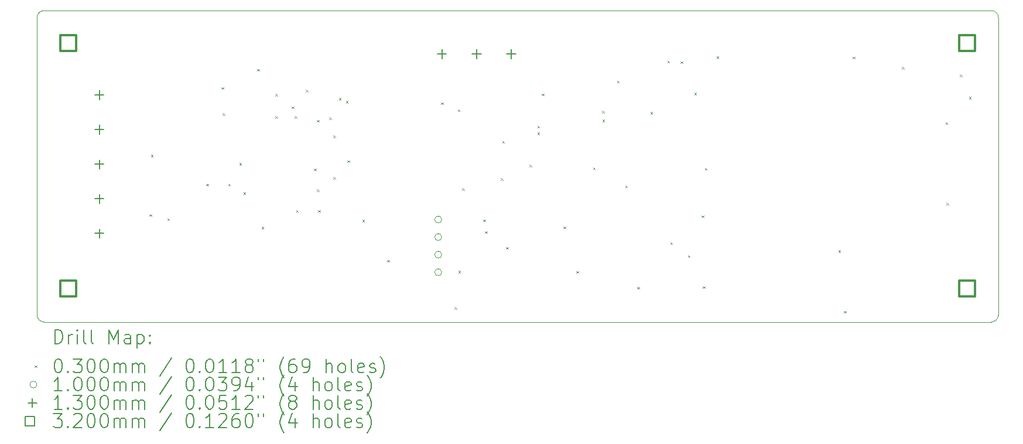
<source format=gbr>
%TF.GenerationSoftware,KiCad,Pcbnew,8.0.4*%
%TF.CreationDate,2024-07-26T11:43:21-07:00*%
%TF.ProjectId,Soil Power Sensor,536f696c-2050-46f7-9765-722053656e73,2.2.0*%
%TF.SameCoordinates,Original*%
%TF.FileFunction,Drillmap*%
%TF.FilePolarity,Positive*%
%FSLAX45Y45*%
G04 Gerber Fmt 4.5, Leading zero omitted, Abs format (unit mm)*
G04 Created by KiCad (PCBNEW 8.0.4) date 2024-07-26 11:43:21*
%MOMM*%
%LPD*%
G01*
G04 APERTURE LIST*
%ADD10C,0.050000*%
%ADD11C,0.200000*%
%ADD12C,0.100000*%
%ADD13C,0.130000*%
%ADD14C,0.320000*%
G04 APERTURE END LIST*
D10*
X11300000Y-9180163D02*
X25000000Y-9180163D01*
X25000000Y-4680163D02*
G75*
G02*
X25099997Y-4780163I0J-99997D01*
G01*
X11200000Y-4780163D02*
X11200000Y-9080163D01*
X25100000Y-9080163D02*
X25100000Y-4780163D01*
X25100000Y-9080163D02*
G75*
G02*
X25000000Y-9180160I-100000J3D01*
G01*
X11300000Y-4680163D02*
X25000000Y-4680163D01*
X11300000Y-9180163D02*
G75*
G02*
X11199997Y-9080163I0J100003D01*
G01*
X11200000Y-4780163D02*
G75*
G02*
X11300000Y-4680160I100000J3D01*
G01*
D11*
D12*
X12825000Y-7625000D02*
X12855000Y-7655000D01*
X12855000Y-7625000D02*
X12825000Y-7655000D01*
X12845000Y-6765000D02*
X12875000Y-6795000D01*
X12875000Y-6765000D02*
X12845000Y-6795000D01*
X13085000Y-7685000D02*
X13115000Y-7715000D01*
X13115000Y-7685000D02*
X13085000Y-7715000D01*
X13645000Y-7185000D02*
X13675000Y-7215000D01*
X13675000Y-7185000D02*
X13645000Y-7215000D01*
X13865000Y-5785000D02*
X13895000Y-5815000D01*
X13895000Y-5785000D02*
X13865000Y-5815000D01*
X13885000Y-6165000D02*
X13915000Y-6195000D01*
X13915000Y-6165000D02*
X13885000Y-6195000D01*
X13965000Y-7185000D02*
X13995000Y-7215000D01*
X13995000Y-7185000D02*
X13965000Y-7215000D01*
X14125000Y-6885000D02*
X14155000Y-6915000D01*
X14155000Y-6885000D02*
X14125000Y-6915000D01*
X14185000Y-7305000D02*
X14215000Y-7335000D01*
X14215000Y-7305000D02*
X14185000Y-7335000D01*
X14385000Y-5525000D02*
X14415000Y-5555000D01*
X14415000Y-5525000D02*
X14385000Y-5555000D01*
X14445000Y-7805000D02*
X14475000Y-7835000D01*
X14475000Y-7805000D02*
X14445000Y-7835000D01*
X14645000Y-5885000D02*
X14675000Y-5915000D01*
X14675000Y-5885000D02*
X14645000Y-5915000D01*
X14645000Y-6205000D02*
X14675000Y-6235000D01*
X14675000Y-6205000D02*
X14645000Y-6235000D01*
X14885000Y-6065000D02*
X14915000Y-6095000D01*
X14915000Y-6065000D02*
X14885000Y-6095000D01*
X14925000Y-6205000D02*
X14955000Y-6235000D01*
X14955000Y-6205000D02*
X14925000Y-6235000D01*
X14945000Y-7565000D02*
X14975000Y-7595000D01*
X14975000Y-7565000D02*
X14945000Y-7595000D01*
X15085000Y-5825000D02*
X15115000Y-5855000D01*
X15115000Y-5825000D02*
X15085000Y-5855000D01*
X15205000Y-6965000D02*
X15235000Y-6995000D01*
X15235000Y-6965000D02*
X15205000Y-6995000D01*
X15245000Y-7265000D02*
X15275000Y-7295000D01*
X15275000Y-7265000D02*
X15245000Y-7295000D01*
X15247500Y-6262500D02*
X15277500Y-6292500D01*
X15277500Y-6262500D02*
X15247500Y-6292500D01*
X15265000Y-7565000D02*
X15295000Y-7595000D01*
X15295000Y-7565000D02*
X15265000Y-7595000D01*
X15425000Y-6225000D02*
X15455000Y-6255000D01*
X15455000Y-6225000D02*
X15425000Y-6255000D01*
X15485000Y-6485000D02*
X15515000Y-6515000D01*
X15515000Y-6485000D02*
X15485000Y-6515000D01*
X15485000Y-7085000D02*
X15515000Y-7115000D01*
X15515000Y-7085000D02*
X15485000Y-7115000D01*
X15565000Y-5945000D02*
X15595000Y-5975000D01*
X15595000Y-5945000D02*
X15565000Y-5975000D01*
X15665000Y-5985000D02*
X15695000Y-6015000D01*
X15695000Y-5985000D02*
X15665000Y-6015000D01*
X15685000Y-6845000D02*
X15715000Y-6875000D01*
X15715000Y-6845000D02*
X15685000Y-6875000D01*
X15905000Y-7705000D02*
X15935000Y-7735000D01*
X15935000Y-7705000D02*
X15905000Y-7735000D01*
X16265000Y-8285000D02*
X16295000Y-8315000D01*
X16295000Y-8285000D02*
X16265000Y-8315000D01*
X17040000Y-6005000D02*
X17070000Y-6035000D01*
X17070000Y-6005000D02*
X17040000Y-6035000D01*
X17235000Y-8965000D02*
X17265000Y-8995000D01*
X17265000Y-8965000D02*
X17235000Y-8995000D01*
X17285000Y-6110000D02*
X17315000Y-6140000D01*
X17315000Y-6110000D02*
X17285000Y-6140000D01*
X17290000Y-8440000D02*
X17320000Y-8470000D01*
X17320000Y-8440000D02*
X17290000Y-8470000D01*
X17345000Y-7245000D02*
X17375000Y-7275000D01*
X17375000Y-7245000D02*
X17345000Y-7275000D01*
X17650000Y-7700000D02*
X17680000Y-7730000D01*
X17680000Y-7700000D02*
X17650000Y-7730000D01*
X17675000Y-7870000D02*
X17705000Y-7900000D01*
X17705000Y-7870000D02*
X17675000Y-7900000D01*
X17905000Y-7105000D02*
X17935000Y-7135000D01*
X17935000Y-7105000D02*
X17905000Y-7135000D01*
X17925000Y-6565000D02*
X17955000Y-6595000D01*
X17955000Y-6565000D02*
X17925000Y-6595000D01*
X17980000Y-8099400D02*
X18010000Y-8129400D01*
X18010000Y-8099400D02*
X17980000Y-8129400D01*
X18320000Y-6910000D02*
X18350000Y-6940000D01*
X18350000Y-6910000D02*
X18320000Y-6940000D01*
X18435000Y-6345000D02*
X18465000Y-6375000D01*
X18465000Y-6345000D02*
X18435000Y-6375000D01*
X18435000Y-6445000D02*
X18465000Y-6475000D01*
X18465000Y-6445000D02*
X18435000Y-6475000D01*
X18500000Y-5880000D02*
X18530000Y-5910000D01*
X18530000Y-5880000D02*
X18500000Y-5910000D01*
X18810000Y-7800000D02*
X18840000Y-7830000D01*
X18840000Y-7800000D02*
X18810000Y-7830000D01*
X19000000Y-8445000D02*
X19030000Y-8475000D01*
X19030000Y-8445000D02*
X19000000Y-8475000D01*
X19240000Y-6945000D02*
X19270000Y-6975000D01*
X19270000Y-6945000D02*
X19240000Y-6975000D01*
X19370000Y-6130000D02*
X19400000Y-6160000D01*
X19400000Y-6130000D02*
X19370000Y-6160000D01*
X19375000Y-6255000D02*
X19405000Y-6285000D01*
X19405000Y-6255000D02*
X19375000Y-6285000D01*
X19585000Y-5695000D02*
X19615000Y-5725000D01*
X19615000Y-5695000D02*
X19585000Y-5725000D01*
X19705000Y-7210000D02*
X19735000Y-7240000D01*
X19735000Y-7210000D02*
X19705000Y-7240000D01*
X19880000Y-8675000D02*
X19910000Y-8705000D01*
X19910000Y-8675000D02*
X19880000Y-8705000D01*
X20070000Y-6145000D02*
X20100000Y-6175000D01*
X20100000Y-6145000D02*
X20070000Y-6175000D01*
X20315000Y-5405000D02*
X20345000Y-5435000D01*
X20345000Y-5405000D02*
X20315000Y-5435000D01*
X20355000Y-8030000D02*
X20385000Y-8060000D01*
X20385000Y-8030000D02*
X20355000Y-8060000D01*
X20505000Y-5415000D02*
X20535000Y-5445000D01*
X20535000Y-5415000D02*
X20505000Y-5445000D01*
X20610000Y-8215000D02*
X20640000Y-8245000D01*
X20640000Y-8215000D02*
X20610000Y-8245000D01*
X20705000Y-5865000D02*
X20735000Y-5895000D01*
X20735000Y-5865000D02*
X20705000Y-5895000D01*
X20810000Y-7640400D02*
X20840000Y-7670400D01*
X20840000Y-7640400D02*
X20810000Y-7670400D01*
X20825000Y-8665000D02*
X20855000Y-8695000D01*
X20855000Y-8665000D02*
X20825000Y-8695000D01*
X20855000Y-6955000D02*
X20885000Y-6985000D01*
X20885000Y-6955000D02*
X20855000Y-6985000D01*
X21025000Y-5340000D02*
X21055000Y-5370000D01*
X21055000Y-5340000D02*
X21025000Y-5370000D01*
X22785000Y-8145000D02*
X22815000Y-8175000D01*
X22815000Y-8145000D02*
X22785000Y-8175000D01*
X22865000Y-9022848D02*
X22895000Y-9052848D01*
X22895000Y-9022848D02*
X22865000Y-9052848D01*
X22995000Y-5345000D02*
X23025000Y-5375000D01*
X23025000Y-5345000D02*
X22995000Y-5375000D01*
X23705000Y-5495000D02*
X23735000Y-5525000D01*
X23735000Y-5495000D02*
X23705000Y-5525000D01*
X24335000Y-6295000D02*
X24365000Y-6325000D01*
X24365000Y-6295000D02*
X24335000Y-6325000D01*
X24350000Y-7460000D02*
X24380000Y-7490000D01*
X24380000Y-7460000D02*
X24350000Y-7490000D01*
X24545000Y-5605000D02*
X24575000Y-5635000D01*
X24575000Y-5605000D02*
X24545000Y-5635000D01*
X24675000Y-5925000D02*
X24705000Y-5955000D01*
X24705000Y-5925000D02*
X24675000Y-5955000D01*
X17050000Y-7700000D02*
G75*
G02*
X16950000Y-7700000I-50000J0D01*
G01*
X16950000Y-7700000D02*
G75*
G02*
X17050000Y-7700000I50000J0D01*
G01*
X17050000Y-7954000D02*
G75*
G02*
X16950000Y-7954000I-50000J0D01*
G01*
X16950000Y-7954000D02*
G75*
G02*
X17050000Y-7954000I50000J0D01*
G01*
X17050000Y-8208000D02*
G75*
G02*
X16950000Y-8208000I-50000J0D01*
G01*
X16950000Y-8208000D02*
G75*
G02*
X17050000Y-8208000I50000J0D01*
G01*
X17050000Y-8462000D02*
G75*
G02*
X16950000Y-8462000I-50000J0D01*
G01*
X16950000Y-8462000D02*
G75*
G02*
X17050000Y-8462000I50000J0D01*
G01*
D13*
X12100000Y-5835000D02*
X12100000Y-5965000D01*
X12035000Y-5900000D02*
X12165000Y-5900000D01*
X12100000Y-6335000D02*
X12100000Y-6465000D01*
X12035000Y-6400000D02*
X12165000Y-6400000D01*
X12100000Y-6835000D02*
X12100000Y-6965000D01*
X12035000Y-6900000D02*
X12165000Y-6900000D01*
X12100000Y-7335000D02*
X12100000Y-7465000D01*
X12035000Y-7400000D02*
X12165000Y-7400000D01*
X12100000Y-7835000D02*
X12100000Y-7965000D01*
X12035000Y-7900000D02*
X12165000Y-7900000D01*
X17055000Y-5240000D02*
X17055000Y-5370000D01*
X16990000Y-5305000D02*
X17120000Y-5305000D01*
X17555000Y-5240000D02*
X17555000Y-5370000D01*
X17490000Y-5305000D02*
X17620000Y-5305000D01*
X18055000Y-5240000D02*
X18055000Y-5370000D01*
X17990000Y-5305000D02*
X18120000Y-5305000D01*
D14*
X11763138Y-5263138D02*
X11763138Y-5036862D01*
X11536862Y-5036862D01*
X11536862Y-5263138D01*
X11763138Y-5263138D01*
X11763138Y-8813138D02*
X11763138Y-8586862D01*
X11536862Y-8586862D01*
X11536862Y-8813138D01*
X11763138Y-8813138D01*
X24763138Y-5263138D02*
X24763138Y-5036862D01*
X24536862Y-5036862D01*
X24536862Y-5263138D01*
X24763138Y-5263138D01*
X24763138Y-8813138D02*
X24763138Y-8586862D01*
X24536862Y-8586862D01*
X24536862Y-8813138D01*
X24763138Y-8813138D01*
D11*
X11458277Y-9494147D02*
X11458277Y-9294147D01*
X11458277Y-9294147D02*
X11505896Y-9294147D01*
X11505896Y-9294147D02*
X11534467Y-9303671D01*
X11534467Y-9303671D02*
X11553515Y-9322719D01*
X11553515Y-9322719D02*
X11563039Y-9341766D01*
X11563039Y-9341766D02*
X11572562Y-9379861D01*
X11572562Y-9379861D02*
X11572562Y-9408433D01*
X11572562Y-9408433D02*
X11563039Y-9446528D01*
X11563039Y-9446528D02*
X11553515Y-9465576D01*
X11553515Y-9465576D02*
X11534467Y-9484623D01*
X11534467Y-9484623D02*
X11505896Y-9494147D01*
X11505896Y-9494147D02*
X11458277Y-9494147D01*
X11658277Y-9494147D02*
X11658277Y-9360814D01*
X11658277Y-9398909D02*
X11667801Y-9379861D01*
X11667801Y-9379861D02*
X11677324Y-9370338D01*
X11677324Y-9370338D02*
X11696372Y-9360814D01*
X11696372Y-9360814D02*
X11715420Y-9360814D01*
X11782086Y-9494147D02*
X11782086Y-9360814D01*
X11782086Y-9294147D02*
X11772562Y-9303671D01*
X11772562Y-9303671D02*
X11782086Y-9313195D01*
X11782086Y-9313195D02*
X11791610Y-9303671D01*
X11791610Y-9303671D02*
X11782086Y-9294147D01*
X11782086Y-9294147D02*
X11782086Y-9313195D01*
X11905896Y-9494147D02*
X11886848Y-9484623D01*
X11886848Y-9484623D02*
X11877324Y-9465576D01*
X11877324Y-9465576D02*
X11877324Y-9294147D01*
X12010658Y-9494147D02*
X11991610Y-9484623D01*
X11991610Y-9484623D02*
X11982086Y-9465576D01*
X11982086Y-9465576D02*
X11982086Y-9294147D01*
X12239229Y-9494147D02*
X12239229Y-9294147D01*
X12239229Y-9294147D02*
X12305896Y-9437004D01*
X12305896Y-9437004D02*
X12372562Y-9294147D01*
X12372562Y-9294147D02*
X12372562Y-9494147D01*
X12553515Y-9494147D02*
X12553515Y-9389385D01*
X12553515Y-9389385D02*
X12543991Y-9370338D01*
X12543991Y-9370338D02*
X12524943Y-9360814D01*
X12524943Y-9360814D02*
X12486848Y-9360814D01*
X12486848Y-9360814D02*
X12467801Y-9370338D01*
X12553515Y-9484623D02*
X12534467Y-9494147D01*
X12534467Y-9494147D02*
X12486848Y-9494147D01*
X12486848Y-9494147D02*
X12467801Y-9484623D01*
X12467801Y-9484623D02*
X12458277Y-9465576D01*
X12458277Y-9465576D02*
X12458277Y-9446528D01*
X12458277Y-9446528D02*
X12467801Y-9427480D01*
X12467801Y-9427480D02*
X12486848Y-9417957D01*
X12486848Y-9417957D02*
X12534467Y-9417957D01*
X12534467Y-9417957D02*
X12553515Y-9408433D01*
X12648753Y-9360814D02*
X12648753Y-9560814D01*
X12648753Y-9370338D02*
X12667801Y-9360814D01*
X12667801Y-9360814D02*
X12705896Y-9360814D01*
X12705896Y-9360814D02*
X12724943Y-9370338D01*
X12724943Y-9370338D02*
X12734467Y-9379861D01*
X12734467Y-9379861D02*
X12743991Y-9398909D01*
X12743991Y-9398909D02*
X12743991Y-9456052D01*
X12743991Y-9456052D02*
X12734467Y-9475099D01*
X12734467Y-9475099D02*
X12724943Y-9484623D01*
X12724943Y-9484623D02*
X12705896Y-9494147D01*
X12705896Y-9494147D02*
X12667801Y-9494147D01*
X12667801Y-9494147D02*
X12648753Y-9484623D01*
X12829705Y-9475099D02*
X12839229Y-9484623D01*
X12839229Y-9484623D02*
X12829705Y-9494147D01*
X12829705Y-9494147D02*
X12820182Y-9484623D01*
X12820182Y-9484623D02*
X12829705Y-9475099D01*
X12829705Y-9475099D02*
X12829705Y-9494147D01*
X12829705Y-9370338D02*
X12839229Y-9379861D01*
X12839229Y-9379861D02*
X12829705Y-9389385D01*
X12829705Y-9389385D02*
X12820182Y-9379861D01*
X12820182Y-9379861D02*
X12829705Y-9370338D01*
X12829705Y-9370338D02*
X12829705Y-9389385D01*
D12*
X11167500Y-9807663D02*
X11197500Y-9837663D01*
X11197500Y-9807663D02*
X11167500Y-9837663D01*
D11*
X11496372Y-9714147D02*
X11515420Y-9714147D01*
X11515420Y-9714147D02*
X11534467Y-9723671D01*
X11534467Y-9723671D02*
X11543991Y-9733195D01*
X11543991Y-9733195D02*
X11553515Y-9752242D01*
X11553515Y-9752242D02*
X11563039Y-9790338D01*
X11563039Y-9790338D02*
X11563039Y-9837957D01*
X11563039Y-9837957D02*
X11553515Y-9876052D01*
X11553515Y-9876052D02*
X11543991Y-9895099D01*
X11543991Y-9895099D02*
X11534467Y-9904623D01*
X11534467Y-9904623D02*
X11515420Y-9914147D01*
X11515420Y-9914147D02*
X11496372Y-9914147D01*
X11496372Y-9914147D02*
X11477324Y-9904623D01*
X11477324Y-9904623D02*
X11467801Y-9895099D01*
X11467801Y-9895099D02*
X11458277Y-9876052D01*
X11458277Y-9876052D02*
X11448753Y-9837957D01*
X11448753Y-9837957D02*
X11448753Y-9790338D01*
X11448753Y-9790338D02*
X11458277Y-9752242D01*
X11458277Y-9752242D02*
X11467801Y-9733195D01*
X11467801Y-9733195D02*
X11477324Y-9723671D01*
X11477324Y-9723671D02*
X11496372Y-9714147D01*
X11648753Y-9895099D02*
X11658277Y-9904623D01*
X11658277Y-9904623D02*
X11648753Y-9914147D01*
X11648753Y-9914147D02*
X11639229Y-9904623D01*
X11639229Y-9904623D02*
X11648753Y-9895099D01*
X11648753Y-9895099D02*
X11648753Y-9914147D01*
X11724943Y-9714147D02*
X11848753Y-9714147D01*
X11848753Y-9714147D02*
X11782086Y-9790338D01*
X11782086Y-9790338D02*
X11810658Y-9790338D01*
X11810658Y-9790338D02*
X11829705Y-9799861D01*
X11829705Y-9799861D02*
X11839229Y-9809385D01*
X11839229Y-9809385D02*
X11848753Y-9828433D01*
X11848753Y-9828433D02*
X11848753Y-9876052D01*
X11848753Y-9876052D02*
X11839229Y-9895099D01*
X11839229Y-9895099D02*
X11829705Y-9904623D01*
X11829705Y-9904623D02*
X11810658Y-9914147D01*
X11810658Y-9914147D02*
X11753515Y-9914147D01*
X11753515Y-9914147D02*
X11734467Y-9904623D01*
X11734467Y-9904623D02*
X11724943Y-9895099D01*
X11972562Y-9714147D02*
X11991610Y-9714147D01*
X11991610Y-9714147D02*
X12010658Y-9723671D01*
X12010658Y-9723671D02*
X12020182Y-9733195D01*
X12020182Y-9733195D02*
X12029705Y-9752242D01*
X12029705Y-9752242D02*
X12039229Y-9790338D01*
X12039229Y-9790338D02*
X12039229Y-9837957D01*
X12039229Y-9837957D02*
X12029705Y-9876052D01*
X12029705Y-9876052D02*
X12020182Y-9895099D01*
X12020182Y-9895099D02*
X12010658Y-9904623D01*
X12010658Y-9904623D02*
X11991610Y-9914147D01*
X11991610Y-9914147D02*
X11972562Y-9914147D01*
X11972562Y-9914147D02*
X11953515Y-9904623D01*
X11953515Y-9904623D02*
X11943991Y-9895099D01*
X11943991Y-9895099D02*
X11934467Y-9876052D01*
X11934467Y-9876052D02*
X11924943Y-9837957D01*
X11924943Y-9837957D02*
X11924943Y-9790338D01*
X11924943Y-9790338D02*
X11934467Y-9752242D01*
X11934467Y-9752242D02*
X11943991Y-9733195D01*
X11943991Y-9733195D02*
X11953515Y-9723671D01*
X11953515Y-9723671D02*
X11972562Y-9714147D01*
X12163039Y-9714147D02*
X12182086Y-9714147D01*
X12182086Y-9714147D02*
X12201134Y-9723671D01*
X12201134Y-9723671D02*
X12210658Y-9733195D01*
X12210658Y-9733195D02*
X12220182Y-9752242D01*
X12220182Y-9752242D02*
X12229705Y-9790338D01*
X12229705Y-9790338D02*
X12229705Y-9837957D01*
X12229705Y-9837957D02*
X12220182Y-9876052D01*
X12220182Y-9876052D02*
X12210658Y-9895099D01*
X12210658Y-9895099D02*
X12201134Y-9904623D01*
X12201134Y-9904623D02*
X12182086Y-9914147D01*
X12182086Y-9914147D02*
X12163039Y-9914147D01*
X12163039Y-9914147D02*
X12143991Y-9904623D01*
X12143991Y-9904623D02*
X12134467Y-9895099D01*
X12134467Y-9895099D02*
X12124943Y-9876052D01*
X12124943Y-9876052D02*
X12115420Y-9837957D01*
X12115420Y-9837957D02*
X12115420Y-9790338D01*
X12115420Y-9790338D02*
X12124943Y-9752242D01*
X12124943Y-9752242D02*
X12134467Y-9733195D01*
X12134467Y-9733195D02*
X12143991Y-9723671D01*
X12143991Y-9723671D02*
X12163039Y-9714147D01*
X12315420Y-9914147D02*
X12315420Y-9780814D01*
X12315420Y-9799861D02*
X12324943Y-9790338D01*
X12324943Y-9790338D02*
X12343991Y-9780814D01*
X12343991Y-9780814D02*
X12372563Y-9780814D01*
X12372563Y-9780814D02*
X12391610Y-9790338D01*
X12391610Y-9790338D02*
X12401134Y-9809385D01*
X12401134Y-9809385D02*
X12401134Y-9914147D01*
X12401134Y-9809385D02*
X12410658Y-9790338D01*
X12410658Y-9790338D02*
X12429705Y-9780814D01*
X12429705Y-9780814D02*
X12458277Y-9780814D01*
X12458277Y-9780814D02*
X12477324Y-9790338D01*
X12477324Y-9790338D02*
X12486848Y-9809385D01*
X12486848Y-9809385D02*
X12486848Y-9914147D01*
X12582086Y-9914147D02*
X12582086Y-9780814D01*
X12582086Y-9799861D02*
X12591610Y-9790338D01*
X12591610Y-9790338D02*
X12610658Y-9780814D01*
X12610658Y-9780814D02*
X12639229Y-9780814D01*
X12639229Y-9780814D02*
X12658277Y-9790338D01*
X12658277Y-9790338D02*
X12667801Y-9809385D01*
X12667801Y-9809385D02*
X12667801Y-9914147D01*
X12667801Y-9809385D02*
X12677324Y-9790338D01*
X12677324Y-9790338D02*
X12696372Y-9780814D01*
X12696372Y-9780814D02*
X12724943Y-9780814D01*
X12724943Y-9780814D02*
X12743991Y-9790338D01*
X12743991Y-9790338D02*
X12753515Y-9809385D01*
X12753515Y-9809385D02*
X12753515Y-9914147D01*
X13143991Y-9704623D02*
X12972563Y-9961766D01*
X13401134Y-9714147D02*
X13420182Y-9714147D01*
X13420182Y-9714147D02*
X13439229Y-9723671D01*
X13439229Y-9723671D02*
X13448753Y-9733195D01*
X13448753Y-9733195D02*
X13458277Y-9752242D01*
X13458277Y-9752242D02*
X13467801Y-9790338D01*
X13467801Y-9790338D02*
X13467801Y-9837957D01*
X13467801Y-9837957D02*
X13458277Y-9876052D01*
X13458277Y-9876052D02*
X13448753Y-9895099D01*
X13448753Y-9895099D02*
X13439229Y-9904623D01*
X13439229Y-9904623D02*
X13420182Y-9914147D01*
X13420182Y-9914147D02*
X13401134Y-9914147D01*
X13401134Y-9914147D02*
X13382086Y-9904623D01*
X13382086Y-9904623D02*
X13372563Y-9895099D01*
X13372563Y-9895099D02*
X13363039Y-9876052D01*
X13363039Y-9876052D02*
X13353515Y-9837957D01*
X13353515Y-9837957D02*
X13353515Y-9790338D01*
X13353515Y-9790338D02*
X13363039Y-9752242D01*
X13363039Y-9752242D02*
X13372563Y-9733195D01*
X13372563Y-9733195D02*
X13382086Y-9723671D01*
X13382086Y-9723671D02*
X13401134Y-9714147D01*
X13553515Y-9895099D02*
X13563039Y-9904623D01*
X13563039Y-9904623D02*
X13553515Y-9914147D01*
X13553515Y-9914147D02*
X13543991Y-9904623D01*
X13543991Y-9904623D02*
X13553515Y-9895099D01*
X13553515Y-9895099D02*
X13553515Y-9914147D01*
X13686848Y-9714147D02*
X13705896Y-9714147D01*
X13705896Y-9714147D02*
X13724944Y-9723671D01*
X13724944Y-9723671D02*
X13734467Y-9733195D01*
X13734467Y-9733195D02*
X13743991Y-9752242D01*
X13743991Y-9752242D02*
X13753515Y-9790338D01*
X13753515Y-9790338D02*
X13753515Y-9837957D01*
X13753515Y-9837957D02*
X13743991Y-9876052D01*
X13743991Y-9876052D02*
X13734467Y-9895099D01*
X13734467Y-9895099D02*
X13724944Y-9904623D01*
X13724944Y-9904623D02*
X13705896Y-9914147D01*
X13705896Y-9914147D02*
X13686848Y-9914147D01*
X13686848Y-9914147D02*
X13667801Y-9904623D01*
X13667801Y-9904623D02*
X13658277Y-9895099D01*
X13658277Y-9895099D02*
X13648753Y-9876052D01*
X13648753Y-9876052D02*
X13639229Y-9837957D01*
X13639229Y-9837957D02*
X13639229Y-9790338D01*
X13639229Y-9790338D02*
X13648753Y-9752242D01*
X13648753Y-9752242D02*
X13658277Y-9733195D01*
X13658277Y-9733195D02*
X13667801Y-9723671D01*
X13667801Y-9723671D02*
X13686848Y-9714147D01*
X13943991Y-9914147D02*
X13829706Y-9914147D01*
X13886848Y-9914147D02*
X13886848Y-9714147D01*
X13886848Y-9714147D02*
X13867801Y-9742719D01*
X13867801Y-9742719D02*
X13848753Y-9761766D01*
X13848753Y-9761766D02*
X13829706Y-9771290D01*
X14134467Y-9914147D02*
X14020182Y-9914147D01*
X14077325Y-9914147D02*
X14077325Y-9714147D01*
X14077325Y-9714147D02*
X14058277Y-9742719D01*
X14058277Y-9742719D02*
X14039229Y-9761766D01*
X14039229Y-9761766D02*
X14020182Y-9771290D01*
X14248753Y-9799861D02*
X14229706Y-9790338D01*
X14229706Y-9790338D02*
X14220182Y-9780814D01*
X14220182Y-9780814D02*
X14210658Y-9761766D01*
X14210658Y-9761766D02*
X14210658Y-9752242D01*
X14210658Y-9752242D02*
X14220182Y-9733195D01*
X14220182Y-9733195D02*
X14229706Y-9723671D01*
X14229706Y-9723671D02*
X14248753Y-9714147D01*
X14248753Y-9714147D02*
X14286848Y-9714147D01*
X14286848Y-9714147D02*
X14305896Y-9723671D01*
X14305896Y-9723671D02*
X14315420Y-9733195D01*
X14315420Y-9733195D02*
X14324944Y-9752242D01*
X14324944Y-9752242D02*
X14324944Y-9761766D01*
X14324944Y-9761766D02*
X14315420Y-9780814D01*
X14315420Y-9780814D02*
X14305896Y-9790338D01*
X14305896Y-9790338D02*
X14286848Y-9799861D01*
X14286848Y-9799861D02*
X14248753Y-9799861D01*
X14248753Y-9799861D02*
X14229706Y-9809385D01*
X14229706Y-9809385D02*
X14220182Y-9818909D01*
X14220182Y-9818909D02*
X14210658Y-9837957D01*
X14210658Y-9837957D02*
X14210658Y-9876052D01*
X14210658Y-9876052D02*
X14220182Y-9895099D01*
X14220182Y-9895099D02*
X14229706Y-9904623D01*
X14229706Y-9904623D02*
X14248753Y-9914147D01*
X14248753Y-9914147D02*
X14286848Y-9914147D01*
X14286848Y-9914147D02*
X14305896Y-9904623D01*
X14305896Y-9904623D02*
X14315420Y-9895099D01*
X14315420Y-9895099D02*
X14324944Y-9876052D01*
X14324944Y-9876052D02*
X14324944Y-9837957D01*
X14324944Y-9837957D02*
X14315420Y-9818909D01*
X14315420Y-9818909D02*
X14305896Y-9809385D01*
X14305896Y-9809385D02*
X14286848Y-9799861D01*
X14401134Y-9714147D02*
X14401134Y-9752242D01*
X14477325Y-9714147D02*
X14477325Y-9752242D01*
X14772563Y-9990338D02*
X14763039Y-9980814D01*
X14763039Y-9980814D02*
X14743991Y-9952242D01*
X14743991Y-9952242D02*
X14734468Y-9933195D01*
X14734468Y-9933195D02*
X14724944Y-9904623D01*
X14724944Y-9904623D02*
X14715420Y-9857004D01*
X14715420Y-9857004D02*
X14715420Y-9818909D01*
X14715420Y-9818909D02*
X14724944Y-9771290D01*
X14724944Y-9771290D02*
X14734468Y-9742719D01*
X14734468Y-9742719D02*
X14743991Y-9723671D01*
X14743991Y-9723671D02*
X14763039Y-9695099D01*
X14763039Y-9695099D02*
X14772563Y-9685576D01*
X14934468Y-9714147D02*
X14896372Y-9714147D01*
X14896372Y-9714147D02*
X14877325Y-9723671D01*
X14877325Y-9723671D02*
X14867801Y-9733195D01*
X14867801Y-9733195D02*
X14848753Y-9761766D01*
X14848753Y-9761766D02*
X14839229Y-9799861D01*
X14839229Y-9799861D02*
X14839229Y-9876052D01*
X14839229Y-9876052D02*
X14848753Y-9895099D01*
X14848753Y-9895099D02*
X14858277Y-9904623D01*
X14858277Y-9904623D02*
X14877325Y-9914147D01*
X14877325Y-9914147D02*
X14915420Y-9914147D01*
X14915420Y-9914147D02*
X14934468Y-9904623D01*
X14934468Y-9904623D02*
X14943991Y-9895099D01*
X14943991Y-9895099D02*
X14953515Y-9876052D01*
X14953515Y-9876052D02*
X14953515Y-9828433D01*
X14953515Y-9828433D02*
X14943991Y-9809385D01*
X14943991Y-9809385D02*
X14934468Y-9799861D01*
X14934468Y-9799861D02*
X14915420Y-9790338D01*
X14915420Y-9790338D02*
X14877325Y-9790338D01*
X14877325Y-9790338D02*
X14858277Y-9799861D01*
X14858277Y-9799861D02*
X14848753Y-9809385D01*
X14848753Y-9809385D02*
X14839229Y-9828433D01*
X15048753Y-9914147D02*
X15086848Y-9914147D01*
X15086848Y-9914147D02*
X15105896Y-9904623D01*
X15105896Y-9904623D02*
X15115420Y-9895099D01*
X15115420Y-9895099D02*
X15134468Y-9866528D01*
X15134468Y-9866528D02*
X15143991Y-9828433D01*
X15143991Y-9828433D02*
X15143991Y-9752242D01*
X15143991Y-9752242D02*
X15134468Y-9733195D01*
X15134468Y-9733195D02*
X15124944Y-9723671D01*
X15124944Y-9723671D02*
X15105896Y-9714147D01*
X15105896Y-9714147D02*
X15067801Y-9714147D01*
X15067801Y-9714147D02*
X15048753Y-9723671D01*
X15048753Y-9723671D02*
X15039229Y-9733195D01*
X15039229Y-9733195D02*
X15029706Y-9752242D01*
X15029706Y-9752242D02*
X15029706Y-9799861D01*
X15029706Y-9799861D02*
X15039229Y-9818909D01*
X15039229Y-9818909D02*
X15048753Y-9828433D01*
X15048753Y-9828433D02*
X15067801Y-9837957D01*
X15067801Y-9837957D02*
X15105896Y-9837957D01*
X15105896Y-9837957D02*
X15124944Y-9828433D01*
X15124944Y-9828433D02*
X15134468Y-9818909D01*
X15134468Y-9818909D02*
X15143991Y-9799861D01*
X15382087Y-9914147D02*
X15382087Y-9714147D01*
X15467801Y-9914147D02*
X15467801Y-9809385D01*
X15467801Y-9809385D02*
X15458277Y-9790338D01*
X15458277Y-9790338D02*
X15439230Y-9780814D01*
X15439230Y-9780814D02*
X15410658Y-9780814D01*
X15410658Y-9780814D02*
X15391610Y-9790338D01*
X15391610Y-9790338D02*
X15382087Y-9799861D01*
X15591610Y-9914147D02*
X15572563Y-9904623D01*
X15572563Y-9904623D02*
X15563039Y-9895099D01*
X15563039Y-9895099D02*
X15553515Y-9876052D01*
X15553515Y-9876052D02*
X15553515Y-9818909D01*
X15553515Y-9818909D02*
X15563039Y-9799861D01*
X15563039Y-9799861D02*
X15572563Y-9790338D01*
X15572563Y-9790338D02*
X15591610Y-9780814D01*
X15591610Y-9780814D02*
X15620182Y-9780814D01*
X15620182Y-9780814D02*
X15639230Y-9790338D01*
X15639230Y-9790338D02*
X15648753Y-9799861D01*
X15648753Y-9799861D02*
X15658277Y-9818909D01*
X15658277Y-9818909D02*
X15658277Y-9876052D01*
X15658277Y-9876052D02*
X15648753Y-9895099D01*
X15648753Y-9895099D02*
X15639230Y-9904623D01*
X15639230Y-9904623D02*
X15620182Y-9914147D01*
X15620182Y-9914147D02*
X15591610Y-9914147D01*
X15772563Y-9914147D02*
X15753515Y-9904623D01*
X15753515Y-9904623D02*
X15743991Y-9885576D01*
X15743991Y-9885576D02*
X15743991Y-9714147D01*
X15924944Y-9904623D02*
X15905896Y-9914147D01*
X15905896Y-9914147D02*
X15867801Y-9914147D01*
X15867801Y-9914147D02*
X15848753Y-9904623D01*
X15848753Y-9904623D02*
X15839230Y-9885576D01*
X15839230Y-9885576D02*
X15839230Y-9809385D01*
X15839230Y-9809385D02*
X15848753Y-9790338D01*
X15848753Y-9790338D02*
X15867801Y-9780814D01*
X15867801Y-9780814D02*
X15905896Y-9780814D01*
X15905896Y-9780814D02*
X15924944Y-9790338D01*
X15924944Y-9790338D02*
X15934468Y-9809385D01*
X15934468Y-9809385D02*
X15934468Y-9828433D01*
X15934468Y-9828433D02*
X15839230Y-9847480D01*
X16010658Y-9904623D02*
X16029706Y-9914147D01*
X16029706Y-9914147D02*
X16067801Y-9914147D01*
X16067801Y-9914147D02*
X16086849Y-9904623D01*
X16086849Y-9904623D02*
X16096372Y-9885576D01*
X16096372Y-9885576D02*
X16096372Y-9876052D01*
X16096372Y-9876052D02*
X16086849Y-9857004D01*
X16086849Y-9857004D02*
X16067801Y-9847480D01*
X16067801Y-9847480D02*
X16039230Y-9847480D01*
X16039230Y-9847480D02*
X16020182Y-9837957D01*
X16020182Y-9837957D02*
X16010658Y-9818909D01*
X16010658Y-9818909D02*
X16010658Y-9809385D01*
X16010658Y-9809385D02*
X16020182Y-9790338D01*
X16020182Y-9790338D02*
X16039230Y-9780814D01*
X16039230Y-9780814D02*
X16067801Y-9780814D01*
X16067801Y-9780814D02*
X16086849Y-9790338D01*
X16163039Y-9990338D02*
X16172563Y-9980814D01*
X16172563Y-9980814D02*
X16191611Y-9952242D01*
X16191611Y-9952242D02*
X16201134Y-9933195D01*
X16201134Y-9933195D02*
X16210658Y-9904623D01*
X16210658Y-9904623D02*
X16220182Y-9857004D01*
X16220182Y-9857004D02*
X16220182Y-9818909D01*
X16220182Y-9818909D02*
X16210658Y-9771290D01*
X16210658Y-9771290D02*
X16201134Y-9742719D01*
X16201134Y-9742719D02*
X16191611Y-9723671D01*
X16191611Y-9723671D02*
X16172563Y-9695099D01*
X16172563Y-9695099D02*
X16163039Y-9685576D01*
D12*
X11197500Y-10086663D02*
G75*
G02*
X11097500Y-10086663I-50000J0D01*
G01*
X11097500Y-10086663D02*
G75*
G02*
X11197500Y-10086663I50000J0D01*
G01*
D11*
X11563039Y-10178147D02*
X11448753Y-10178147D01*
X11505896Y-10178147D02*
X11505896Y-9978147D01*
X11505896Y-9978147D02*
X11486848Y-10006719D01*
X11486848Y-10006719D02*
X11467801Y-10025766D01*
X11467801Y-10025766D02*
X11448753Y-10035290D01*
X11648753Y-10159099D02*
X11658277Y-10168623D01*
X11658277Y-10168623D02*
X11648753Y-10178147D01*
X11648753Y-10178147D02*
X11639229Y-10168623D01*
X11639229Y-10168623D02*
X11648753Y-10159099D01*
X11648753Y-10159099D02*
X11648753Y-10178147D01*
X11782086Y-9978147D02*
X11801134Y-9978147D01*
X11801134Y-9978147D02*
X11820182Y-9987671D01*
X11820182Y-9987671D02*
X11829705Y-9997195D01*
X11829705Y-9997195D02*
X11839229Y-10016242D01*
X11839229Y-10016242D02*
X11848753Y-10054338D01*
X11848753Y-10054338D02*
X11848753Y-10101957D01*
X11848753Y-10101957D02*
X11839229Y-10140052D01*
X11839229Y-10140052D02*
X11829705Y-10159099D01*
X11829705Y-10159099D02*
X11820182Y-10168623D01*
X11820182Y-10168623D02*
X11801134Y-10178147D01*
X11801134Y-10178147D02*
X11782086Y-10178147D01*
X11782086Y-10178147D02*
X11763039Y-10168623D01*
X11763039Y-10168623D02*
X11753515Y-10159099D01*
X11753515Y-10159099D02*
X11743991Y-10140052D01*
X11743991Y-10140052D02*
X11734467Y-10101957D01*
X11734467Y-10101957D02*
X11734467Y-10054338D01*
X11734467Y-10054338D02*
X11743991Y-10016242D01*
X11743991Y-10016242D02*
X11753515Y-9997195D01*
X11753515Y-9997195D02*
X11763039Y-9987671D01*
X11763039Y-9987671D02*
X11782086Y-9978147D01*
X11972562Y-9978147D02*
X11991610Y-9978147D01*
X11991610Y-9978147D02*
X12010658Y-9987671D01*
X12010658Y-9987671D02*
X12020182Y-9997195D01*
X12020182Y-9997195D02*
X12029705Y-10016242D01*
X12029705Y-10016242D02*
X12039229Y-10054338D01*
X12039229Y-10054338D02*
X12039229Y-10101957D01*
X12039229Y-10101957D02*
X12029705Y-10140052D01*
X12029705Y-10140052D02*
X12020182Y-10159099D01*
X12020182Y-10159099D02*
X12010658Y-10168623D01*
X12010658Y-10168623D02*
X11991610Y-10178147D01*
X11991610Y-10178147D02*
X11972562Y-10178147D01*
X11972562Y-10178147D02*
X11953515Y-10168623D01*
X11953515Y-10168623D02*
X11943991Y-10159099D01*
X11943991Y-10159099D02*
X11934467Y-10140052D01*
X11934467Y-10140052D02*
X11924943Y-10101957D01*
X11924943Y-10101957D02*
X11924943Y-10054338D01*
X11924943Y-10054338D02*
X11934467Y-10016242D01*
X11934467Y-10016242D02*
X11943991Y-9997195D01*
X11943991Y-9997195D02*
X11953515Y-9987671D01*
X11953515Y-9987671D02*
X11972562Y-9978147D01*
X12163039Y-9978147D02*
X12182086Y-9978147D01*
X12182086Y-9978147D02*
X12201134Y-9987671D01*
X12201134Y-9987671D02*
X12210658Y-9997195D01*
X12210658Y-9997195D02*
X12220182Y-10016242D01*
X12220182Y-10016242D02*
X12229705Y-10054338D01*
X12229705Y-10054338D02*
X12229705Y-10101957D01*
X12229705Y-10101957D02*
X12220182Y-10140052D01*
X12220182Y-10140052D02*
X12210658Y-10159099D01*
X12210658Y-10159099D02*
X12201134Y-10168623D01*
X12201134Y-10168623D02*
X12182086Y-10178147D01*
X12182086Y-10178147D02*
X12163039Y-10178147D01*
X12163039Y-10178147D02*
X12143991Y-10168623D01*
X12143991Y-10168623D02*
X12134467Y-10159099D01*
X12134467Y-10159099D02*
X12124943Y-10140052D01*
X12124943Y-10140052D02*
X12115420Y-10101957D01*
X12115420Y-10101957D02*
X12115420Y-10054338D01*
X12115420Y-10054338D02*
X12124943Y-10016242D01*
X12124943Y-10016242D02*
X12134467Y-9997195D01*
X12134467Y-9997195D02*
X12143991Y-9987671D01*
X12143991Y-9987671D02*
X12163039Y-9978147D01*
X12315420Y-10178147D02*
X12315420Y-10044814D01*
X12315420Y-10063861D02*
X12324943Y-10054338D01*
X12324943Y-10054338D02*
X12343991Y-10044814D01*
X12343991Y-10044814D02*
X12372563Y-10044814D01*
X12372563Y-10044814D02*
X12391610Y-10054338D01*
X12391610Y-10054338D02*
X12401134Y-10073385D01*
X12401134Y-10073385D02*
X12401134Y-10178147D01*
X12401134Y-10073385D02*
X12410658Y-10054338D01*
X12410658Y-10054338D02*
X12429705Y-10044814D01*
X12429705Y-10044814D02*
X12458277Y-10044814D01*
X12458277Y-10044814D02*
X12477324Y-10054338D01*
X12477324Y-10054338D02*
X12486848Y-10073385D01*
X12486848Y-10073385D02*
X12486848Y-10178147D01*
X12582086Y-10178147D02*
X12582086Y-10044814D01*
X12582086Y-10063861D02*
X12591610Y-10054338D01*
X12591610Y-10054338D02*
X12610658Y-10044814D01*
X12610658Y-10044814D02*
X12639229Y-10044814D01*
X12639229Y-10044814D02*
X12658277Y-10054338D01*
X12658277Y-10054338D02*
X12667801Y-10073385D01*
X12667801Y-10073385D02*
X12667801Y-10178147D01*
X12667801Y-10073385D02*
X12677324Y-10054338D01*
X12677324Y-10054338D02*
X12696372Y-10044814D01*
X12696372Y-10044814D02*
X12724943Y-10044814D01*
X12724943Y-10044814D02*
X12743991Y-10054338D01*
X12743991Y-10054338D02*
X12753515Y-10073385D01*
X12753515Y-10073385D02*
X12753515Y-10178147D01*
X13143991Y-9968623D02*
X12972563Y-10225766D01*
X13401134Y-9978147D02*
X13420182Y-9978147D01*
X13420182Y-9978147D02*
X13439229Y-9987671D01*
X13439229Y-9987671D02*
X13448753Y-9997195D01*
X13448753Y-9997195D02*
X13458277Y-10016242D01*
X13458277Y-10016242D02*
X13467801Y-10054338D01*
X13467801Y-10054338D02*
X13467801Y-10101957D01*
X13467801Y-10101957D02*
X13458277Y-10140052D01*
X13458277Y-10140052D02*
X13448753Y-10159099D01*
X13448753Y-10159099D02*
X13439229Y-10168623D01*
X13439229Y-10168623D02*
X13420182Y-10178147D01*
X13420182Y-10178147D02*
X13401134Y-10178147D01*
X13401134Y-10178147D02*
X13382086Y-10168623D01*
X13382086Y-10168623D02*
X13372563Y-10159099D01*
X13372563Y-10159099D02*
X13363039Y-10140052D01*
X13363039Y-10140052D02*
X13353515Y-10101957D01*
X13353515Y-10101957D02*
X13353515Y-10054338D01*
X13353515Y-10054338D02*
X13363039Y-10016242D01*
X13363039Y-10016242D02*
X13372563Y-9997195D01*
X13372563Y-9997195D02*
X13382086Y-9987671D01*
X13382086Y-9987671D02*
X13401134Y-9978147D01*
X13553515Y-10159099D02*
X13563039Y-10168623D01*
X13563039Y-10168623D02*
X13553515Y-10178147D01*
X13553515Y-10178147D02*
X13543991Y-10168623D01*
X13543991Y-10168623D02*
X13553515Y-10159099D01*
X13553515Y-10159099D02*
X13553515Y-10178147D01*
X13686848Y-9978147D02*
X13705896Y-9978147D01*
X13705896Y-9978147D02*
X13724944Y-9987671D01*
X13724944Y-9987671D02*
X13734467Y-9997195D01*
X13734467Y-9997195D02*
X13743991Y-10016242D01*
X13743991Y-10016242D02*
X13753515Y-10054338D01*
X13753515Y-10054338D02*
X13753515Y-10101957D01*
X13753515Y-10101957D02*
X13743991Y-10140052D01*
X13743991Y-10140052D02*
X13734467Y-10159099D01*
X13734467Y-10159099D02*
X13724944Y-10168623D01*
X13724944Y-10168623D02*
X13705896Y-10178147D01*
X13705896Y-10178147D02*
X13686848Y-10178147D01*
X13686848Y-10178147D02*
X13667801Y-10168623D01*
X13667801Y-10168623D02*
X13658277Y-10159099D01*
X13658277Y-10159099D02*
X13648753Y-10140052D01*
X13648753Y-10140052D02*
X13639229Y-10101957D01*
X13639229Y-10101957D02*
X13639229Y-10054338D01*
X13639229Y-10054338D02*
X13648753Y-10016242D01*
X13648753Y-10016242D02*
X13658277Y-9997195D01*
X13658277Y-9997195D02*
X13667801Y-9987671D01*
X13667801Y-9987671D02*
X13686848Y-9978147D01*
X13820182Y-9978147D02*
X13943991Y-9978147D01*
X13943991Y-9978147D02*
X13877325Y-10054338D01*
X13877325Y-10054338D02*
X13905896Y-10054338D01*
X13905896Y-10054338D02*
X13924944Y-10063861D01*
X13924944Y-10063861D02*
X13934467Y-10073385D01*
X13934467Y-10073385D02*
X13943991Y-10092433D01*
X13943991Y-10092433D02*
X13943991Y-10140052D01*
X13943991Y-10140052D02*
X13934467Y-10159099D01*
X13934467Y-10159099D02*
X13924944Y-10168623D01*
X13924944Y-10168623D02*
X13905896Y-10178147D01*
X13905896Y-10178147D02*
X13848753Y-10178147D01*
X13848753Y-10178147D02*
X13829706Y-10168623D01*
X13829706Y-10168623D02*
X13820182Y-10159099D01*
X14039229Y-10178147D02*
X14077325Y-10178147D01*
X14077325Y-10178147D02*
X14096372Y-10168623D01*
X14096372Y-10168623D02*
X14105896Y-10159099D01*
X14105896Y-10159099D02*
X14124944Y-10130528D01*
X14124944Y-10130528D02*
X14134467Y-10092433D01*
X14134467Y-10092433D02*
X14134467Y-10016242D01*
X14134467Y-10016242D02*
X14124944Y-9997195D01*
X14124944Y-9997195D02*
X14115420Y-9987671D01*
X14115420Y-9987671D02*
X14096372Y-9978147D01*
X14096372Y-9978147D02*
X14058277Y-9978147D01*
X14058277Y-9978147D02*
X14039229Y-9987671D01*
X14039229Y-9987671D02*
X14029706Y-9997195D01*
X14029706Y-9997195D02*
X14020182Y-10016242D01*
X14020182Y-10016242D02*
X14020182Y-10063861D01*
X14020182Y-10063861D02*
X14029706Y-10082909D01*
X14029706Y-10082909D02*
X14039229Y-10092433D01*
X14039229Y-10092433D02*
X14058277Y-10101957D01*
X14058277Y-10101957D02*
X14096372Y-10101957D01*
X14096372Y-10101957D02*
X14115420Y-10092433D01*
X14115420Y-10092433D02*
X14124944Y-10082909D01*
X14124944Y-10082909D02*
X14134467Y-10063861D01*
X14305896Y-10044814D02*
X14305896Y-10178147D01*
X14258277Y-9968623D02*
X14210658Y-10111480D01*
X14210658Y-10111480D02*
X14334467Y-10111480D01*
X14401134Y-9978147D02*
X14401134Y-10016242D01*
X14477325Y-9978147D02*
X14477325Y-10016242D01*
X14772563Y-10254338D02*
X14763039Y-10244814D01*
X14763039Y-10244814D02*
X14743991Y-10216242D01*
X14743991Y-10216242D02*
X14734468Y-10197195D01*
X14734468Y-10197195D02*
X14724944Y-10168623D01*
X14724944Y-10168623D02*
X14715420Y-10121004D01*
X14715420Y-10121004D02*
X14715420Y-10082909D01*
X14715420Y-10082909D02*
X14724944Y-10035290D01*
X14724944Y-10035290D02*
X14734468Y-10006719D01*
X14734468Y-10006719D02*
X14743991Y-9987671D01*
X14743991Y-9987671D02*
X14763039Y-9959099D01*
X14763039Y-9959099D02*
X14772563Y-9949576D01*
X14934468Y-10044814D02*
X14934468Y-10178147D01*
X14886848Y-9968623D02*
X14839229Y-10111480D01*
X14839229Y-10111480D02*
X14963039Y-10111480D01*
X15191610Y-10178147D02*
X15191610Y-9978147D01*
X15277325Y-10178147D02*
X15277325Y-10073385D01*
X15277325Y-10073385D02*
X15267801Y-10054338D01*
X15267801Y-10054338D02*
X15248753Y-10044814D01*
X15248753Y-10044814D02*
X15220182Y-10044814D01*
X15220182Y-10044814D02*
X15201134Y-10054338D01*
X15201134Y-10054338D02*
X15191610Y-10063861D01*
X15401134Y-10178147D02*
X15382087Y-10168623D01*
X15382087Y-10168623D02*
X15372563Y-10159099D01*
X15372563Y-10159099D02*
X15363039Y-10140052D01*
X15363039Y-10140052D02*
X15363039Y-10082909D01*
X15363039Y-10082909D02*
X15372563Y-10063861D01*
X15372563Y-10063861D02*
X15382087Y-10054338D01*
X15382087Y-10054338D02*
X15401134Y-10044814D01*
X15401134Y-10044814D02*
X15429706Y-10044814D01*
X15429706Y-10044814D02*
X15448753Y-10054338D01*
X15448753Y-10054338D02*
X15458277Y-10063861D01*
X15458277Y-10063861D02*
X15467801Y-10082909D01*
X15467801Y-10082909D02*
X15467801Y-10140052D01*
X15467801Y-10140052D02*
X15458277Y-10159099D01*
X15458277Y-10159099D02*
X15448753Y-10168623D01*
X15448753Y-10168623D02*
X15429706Y-10178147D01*
X15429706Y-10178147D02*
X15401134Y-10178147D01*
X15582087Y-10178147D02*
X15563039Y-10168623D01*
X15563039Y-10168623D02*
X15553515Y-10149576D01*
X15553515Y-10149576D02*
X15553515Y-9978147D01*
X15734468Y-10168623D02*
X15715420Y-10178147D01*
X15715420Y-10178147D02*
X15677325Y-10178147D01*
X15677325Y-10178147D02*
X15658277Y-10168623D01*
X15658277Y-10168623D02*
X15648753Y-10149576D01*
X15648753Y-10149576D02*
X15648753Y-10073385D01*
X15648753Y-10073385D02*
X15658277Y-10054338D01*
X15658277Y-10054338D02*
X15677325Y-10044814D01*
X15677325Y-10044814D02*
X15715420Y-10044814D01*
X15715420Y-10044814D02*
X15734468Y-10054338D01*
X15734468Y-10054338D02*
X15743991Y-10073385D01*
X15743991Y-10073385D02*
X15743991Y-10092433D01*
X15743991Y-10092433D02*
X15648753Y-10111480D01*
X15820182Y-10168623D02*
X15839230Y-10178147D01*
X15839230Y-10178147D02*
X15877325Y-10178147D01*
X15877325Y-10178147D02*
X15896372Y-10168623D01*
X15896372Y-10168623D02*
X15905896Y-10149576D01*
X15905896Y-10149576D02*
X15905896Y-10140052D01*
X15905896Y-10140052D02*
X15896372Y-10121004D01*
X15896372Y-10121004D02*
X15877325Y-10111480D01*
X15877325Y-10111480D02*
X15848753Y-10111480D01*
X15848753Y-10111480D02*
X15829706Y-10101957D01*
X15829706Y-10101957D02*
X15820182Y-10082909D01*
X15820182Y-10082909D02*
X15820182Y-10073385D01*
X15820182Y-10073385D02*
X15829706Y-10054338D01*
X15829706Y-10054338D02*
X15848753Y-10044814D01*
X15848753Y-10044814D02*
X15877325Y-10044814D01*
X15877325Y-10044814D02*
X15896372Y-10054338D01*
X15972563Y-10254338D02*
X15982087Y-10244814D01*
X15982087Y-10244814D02*
X16001134Y-10216242D01*
X16001134Y-10216242D02*
X16010658Y-10197195D01*
X16010658Y-10197195D02*
X16020182Y-10168623D01*
X16020182Y-10168623D02*
X16029706Y-10121004D01*
X16029706Y-10121004D02*
X16029706Y-10082909D01*
X16029706Y-10082909D02*
X16020182Y-10035290D01*
X16020182Y-10035290D02*
X16010658Y-10006719D01*
X16010658Y-10006719D02*
X16001134Y-9987671D01*
X16001134Y-9987671D02*
X15982087Y-9959099D01*
X15982087Y-9959099D02*
X15972563Y-9949576D01*
D13*
X11132500Y-10285663D02*
X11132500Y-10415663D01*
X11067500Y-10350663D02*
X11197500Y-10350663D01*
D11*
X11563039Y-10442147D02*
X11448753Y-10442147D01*
X11505896Y-10442147D02*
X11505896Y-10242147D01*
X11505896Y-10242147D02*
X11486848Y-10270719D01*
X11486848Y-10270719D02*
X11467801Y-10289766D01*
X11467801Y-10289766D02*
X11448753Y-10299290D01*
X11648753Y-10423099D02*
X11658277Y-10432623D01*
X11658277Y-10432623D02*
X11648753Y-10442147D01*
X11648753Y-10442147D02*
X11639229Y-10432623D01*
X11639229Y-10432623D02*
X11648753Y-10423099D01*
X11648753Y-10423099D02*
X11648753Y-10442147D01*
X11724943Y-10242147D02*
X11848753Y-10242147D01*
X11848753Y-10242147D02*
X11782086Y-10318338D01*
X11782086Y-10318338D02*
X11810658Y-10318338D01*
X11810658Y-10318338D02*
X11829705Y-10327861D01*
X11829705Y-10327861D02*
X11839229Y-10337385D01*
X11839229Y-10337385D02*
X11848753Y-10356433D01*
X11848753Y-10356433D02*
X11848753Y-10404052D01*
X11848753Y-10404052D02*
X11839229Y-10423099D01*
X11839229Y-10423099D02*
X11829705Y-10432623D01*
X11829705Y-10432623D02*
X11810658Y-10442147D01*
X11810658Y-10442147D02*
X11753515Y-10442147D01*
X11753515Y-10442147D02*
X11734467Y-10432623D01*
X11734467Y-10432623D02*
X11724943Y-10423099D01*
X11972562Y-10242147D02*
X11991610Y-10242147D01*
X11991610Y-10242147D02*
X12010658Y-10251671D01*
X12010658Y-10251671D02*
X12020182Y-10261195D01*
X12020182Y-10261195D02*
X12029705Y-10280242D01*
X12029705Y-10280242D02*
X12039229Y-10318338D01*
X12039229Y-10318338D02*
X12039229Y-10365957D01*
X12039229Y-10365957D02*
X12029705Y-10404052D01*
X12029705Y-10404052D02*
X12020182Y-10423099D01*
X12020182Y-10423099D02*
X12010658Y-10432623D01*
X12010658Y-10432623D02*
X11991610Y-10442147D01*
X11991610Y-10442147D02*
X11972562Y-10442147D01*
X11972562Y-10442147D02*
X11953515Y-10432623D01*
X11953515Y-10432623D02*
X11943991Y-10423099D01*
X11943991Y-10423099D02*
X11934467Y-10404052D01*
X11934467Y-10404052D02*
X11924943Y-10365957D01*
X11924943Y-10365957D02*
X11924943Y-10318338D01*
X11924943Y-10318338D02*
X11934467Y-10280242D01*
X11934467Y-10280242D02*
X11943991Y-10261195D01*
X11943991Y-10261195D02*
X11953515Y-10251671D01*
X11953515Y-10251671D02*
X11972562Y-10242147D01*
X12163039Y-10242147D02*
X12182086Y-10242147D01*
X12182086Y-10242147D02*
X12201134Y-10251671D01*
X12201134Y-10251671D02*
X12210658Y-10261195D01*
X12210658Y-10261195D02*
X12220182Y-10280242D01*
X12220182Y-10280242D02*
X12229705Y-10318338D01*
X12229705Y-10318338D02*
X12229705Y-10365957D01*
X12229705Y-10365957D02*
X12220182Y-10404052D01*
X12220182Y-10404052D02*
X12210658Y-10423099D01*
X12210658Y-10423099D02*
X12201134Y-10432623D01*
X12201134Y-10432623D02*
X12182086Y-10442147D01*
X12182086Y-10442147D02*
X12163039Y-10442147D01*
X12163039Y-10442147D02*
X12143991Y-10432623D01*
X12143991Y-10432623D02*
X12134467Y-10423099D01*
X12134467Y-10423099D02*
X12124943Y-10404052D01*
X12124943Y-10404052D02*
X12115420Y-10365957D01*
X12115420Y-10365957D02*
X12115420Y-10318338D01*
X12115420Y-10318338D02*
X12124943Y-10280242D01*
X12124943Y-10280242D02*
X12134467Y-10261195D01*
X12134467Y-10261195D02*
X12143991Y-10251671D01*
X12143991Y-10251671D02*
X12163039Y-10242147D01*
X12315420Y-10442147D02*
X12315420Y-10308814D01*
X12315420Y-10327861D02*
X12324943Y-10318338D01*
X12324943Y-10318338D02*
X12343991Y-10308814D01*
X12343991Y-10308814D02*
X12372563Y-10308814D01*
X12372563Y-10308814D02*
X12391610Y-10318338D01*
X12391610Y-10318338D02*
X12401134Y-10337385D01*
X12401134Y-10337385D02*
X12401134Y-10442147D01*
X12401134Y-10337385D02*
X12410658Y-10318338D01*
X12410658Y-10318338D02*
X12429705Y-10308814D01*
X12429705Y-10308814D02*
X12458277Y-10308814D01*
X12458277Y-10308814D02*
X12477324Y-10318338D01*
X12477324Y-10318338D02*
X12486848Y-10337385D01*
X12486848Y-10337385D02*
X12486848Y-10442147D01*
X12582086Y-10442147D02*
X12582086Y-10308814D01*
X12582086Y-10327861D02*
X12591610Y-10318338D01*
X12591610Y-10318338D02*
X12610658Y-10308814D01*
X12610658Y-10308814D02*
X12639229Y-10308814D01*
X12639229Y-10308814D02*
X12658277Y-10318338D01*
X12658277Y-10318338D02*
X12667801Y-10337385D01*
X12667801Y-10337385D02*
X12667801Y-10442147D01*
X12667801Y-10337385D02*
X12677324Y-10318338D01*
X12677324Y-10318338D02*
X12696372Y-10308814D01*
X12696372Y-10308814D02*
X12724943Y-10308814D01*
X12724943Y-10308814D02*
X12743991Y-10318338D01*
X12743991Y-10318338D02*
X12753515Y-10337385D01*
X12753515Y-10337385D02*
X12753515Y-10442147D01*
X13143991Y-10232623D02*
X12972563Y-10489766D01*
X13401134Y-10242147D02*
X13420182Y-10242147D01*
X13420182Y-10242147D02*
X13439229Y-10251671D01*
X13439229Y-10251671D02*
X13448753Y-10261195D01*
X13448753Y-10261195D02*
X13458277Y-10280242D01*
X13458277Y-10280242D02*
X13467801Y-10318338D01*
X13467801Y-10318338D02*
X13467801Y-10365957D01*
X13467801Y-10365957D02*
X13458277Y-10404052D01*
X13458277Y-10404052D02*
X13448753Y-10423099D01*
X13448753Y-10423099D02*
X13439229Y-10432623D01*
X13439229Y-10432623D02*
X13420182Y-10442147D01*
X13420182Y-10442147D02*
X13401134Y-10442147D01*
X13401134Y-10442147D02*
X13382086Y-10432623D01*
X13382086Y-10432623D02*
X13372563Y-10423099D01*
X13372563Y-10423099D02*
X13363039Y-10404052D01*
X13363039Y-10404052D02*
X13353515Y-10365957D01*
X13353515Y-10365957D02*
X13353515Y-10318338D01*
X13353515Y-10318338D02*
X13363039Y-10280242D01*
X13363039Y-10280242D02*
X13372563Y-10261195D01*
X13372563Y-10261195D02*
X13382086Y-10251671D01*
X13382086Y-10251671D02*
X13401134Y-10242147D01*
X13553515Y-10423099D02*
X13563039Y-10432623D01*
X13563039Y-10432623D02*
X13553515Y-10442147D01*
X13553515Y-10442147D02*
X13543991Y-10432623D01*
X13543991Y-10432623D02*
X13553515Y-10423099D01*
X13553515Y-10423099D02*
X13553515Y-10442147D01*
X13686848Y-10242147D02*
X13705896Y-10242147D01*
X13705896Y-10242147D02*
X13724944Y-10251671D01*
X13724944Y-10251671D02*
X13734467Y-10261195D01*
X13734467Y-10261195D02*
X13743991Y-10280242D01*
X13743991Y-10280242D02*
X13753515Y-10318338D01*
X13753515Y-10318338D02*
X13753515Y-10365957D01*
X13753515Y-10365957D02*
X13743991Y-10404052D01*
X13743991Y-10404052D02*
X13734467Y-10423099D01*
X13734467Y-10423099D02*
X13724944Y-10432623D01*
X13724944Y-10432623D02*
X13705896Y-10442147D01*
X13705896Y-10442147D02*
X13686848Y-10442147D01*
X13686848Y-10442147D02*
X13667801Y-10432623D01*
X13667801Y-10432623D02*
X13658277Y-10423099D01*
X13658277Y-10423099D02*
X13648753Y-10404052D01*
X13648753Y-10404052D02*
X13639229Y-10365957D01*
X13639229Y-10365957D02*
X13639229Y-10318338D01*
X13639229Y-10318338D02*
X13648753Y-10280242D01*
X13648753Y-10280242D02*
X13658277Y-10261195D01*
X13658277Y-10261195D02*
X13667801Y-10251671D01*
X13667801Y-10251671D02*
X13686848Y-10242147D01*
X13934467Y-10242147D02*
X13839229Y-10242147D01*
X13839229Y-10242147D02*
X13829706Y-10337385D01*
X13829706Y-10337385D02*
X13839229Y-10327861D01*
X13839229Y-10327861D02*
X13858277Y-10318338D01*
X13858277Y-10318338D02*
X13905896Y-10318338D01*
X13905896Y-10318338D02*
X13924944Y-10327861D01*
X13924944Y-10327861D02*
X13934467Y-10337385D01*
X13934467Y-10337385D02*
X13943991Y-10356433D01*
X13943991Y-10356433D02*
X13943991Y-10404052D01*
X13943991Y-10404052D02*
X13934467Y-10423099D01*
X13934467Y-10423099D02*
X13924944Y-10432623D01*
X13924944Y-10432623D02*
X13905896Y-10442147D01*
X13905896Y-10442147D02*
X13858277Y-10442147D01*
X13858277Y-10442147D02*
X13839229Y-10432623D01*
X13839229Y-10432623D02*
X13829706Y-10423099D01*
X14134467Y-10442147D02*
X14020182Y-10442147D01*
X14077325Y-10442147D02*
X14077325Y-10242147D01*
X14077325Y-10242147D02*
X14058277Y-10270719D01*
X14058277Y-10270719D02*
X14039229Y-10289766D01*
X14039229Y-10289766D02*
X14020182Y-10299290D01*
X14210658Y-10261195D02*
X14220182Y-10251671D01*
X14220182Y-10251671D02*
X14239229Y-10242147D01*
X14239229Y-10242147D02*
X14286848Y-10242147D01*
X14286848Y-10242147D02*
X14305896Y-10251671D01*
X14305896Y-10251671D02*
X14315420Y-10261195D01*
X14315420Y-10261195D02*
X14324944Y-10280242D01*
X14324944Y-10280242D02*
X14324944Y-10299290D01*
X14324944Y-10299290D02*
X14315420Y-10327861D01*
X14315420Y-10327861D02*
X14201134Y-10442147D01*
X14201134Y-10442147D02*
X14324944Y-10442147D01*
X14401134Y-10242147D02*
X14401134Y-10280242D01*
X14477325Y-10242147D02*
X14477325Y-10280242D01*
X14772563Y-10518338D02*
X14763039Y-10508814D01*
X14763039Y-10508814D02*
X14743991Y-10480242D01*
X14743991Y-10480242D02*
X14734468Y-10461195D01*
X14734468Y-10461195D02*
X14724944Y-10432623D01*
X14724944Y-10432623D02*
X14715420Y-10385004D01*
X14715420Y-10385004D02*
X14715420Y-10346909D01*
X14715420Y-10346909D02*
X14724944Y-10299290D01*
X14724944Y-10299290D02*
X14734468Y-10270719D01*
X14734468Y-10270719D02*
X14743991Y-10251671D01*
X14743991Y-10251671D02*
X14763039Y-10223099D01*
X14763039Y-10223099D02*
X14772563Y-10213576D01*
X14877325Y-10327861D02*
X14858277Y-10318338D01*
X14858277Y-10318338D02*
X14848753Y-10308814D01*
X14848753Y-10308814D02*
X14839229Y-10289766D01*
X14839229Y-10289766D02*
X14839229Y-10280242D01*
X14839229Y-10280242D02*
X14848753Y-10261195D01*
X14848753Y-10261195D02*
X14858277Y-10251671D01*
X14858277Y-10251671D02*
X14877325Y-10242147D01*
X14877325Y-10242147D02*
X14915420Y-10242147D01*
X14915420Y-10242147D02*
X14934468Y-10251671D01*
X14934468Y-10251671D02*
X14943991Y-10261195D01*
X14943991Y-10261195D02*
X14953515Y-10280242D01*
X14953515Y-10280242D02*
X14953515Y-10289766D01*
X14953515Y-10289766D02*
X14943991Y-10308814D01*
X14943991Y-10308814D02*
X14934468Y-10318338D01*
X14934468Y-10318338D02*
X14915420Y-10327861D01*
X14915420Y-10327861D02*
X14877325Y-10327861D01*
X14877325Y-10327861D02*
X14858277Y-10337385D01*
X14858277Y-10337385D02*
X14848753Y-10346909D01*
X14848753Y-10346909D02*
X14839229Y-10365957D01*
X14839229Y-10365957D02*
X14839229Y-10404052D01*
X14839229Y-10404052D02*
X14848753Y-10423099D01*
X14848753Y-10423099D02*
X14858277Y-10432623D01*
X14858277Y-10432623D02*
X14877325Y-10442147D01*
X14877325Y-10442147D02*
X14915420Y-10442147D01*
X14915420Y-10442147D02*
X14934468Y-10432623D01*
X14934468Y-10432623D02*
X14943991Y-10423099D01*
X14943991Y-10423099D02*
X14953515Y-10404052D01*
X14953515Y-10404052D02*
X14953515Y-10365957D01*
X14953515Y-10365957D02*
X14943991Y-10346909D01*
X14943991Y-10346909D02*
X14934468Y-10337385D01*
X14934468Y-10337385D02*
X14915420Y-10327861D01*
X15191610Y-10442147D02*
X15191610Y-10242147D01*
X15277325Y-10442147D02*
X15277325Y-10337385D01*
X15277325Y-10337385D02*
X15267801Y-10318338D01*
X15267801Y-10318338D02*
X15248753Y-10308814D01*
X15248753Y-10308814D02*
X15220182Y-10308814D01*
X15220182Y-10308814D02*
X15201134Y-10318338D01*
X15201134Y-10318338D02*
X15191610Y-10327861D01*
X15401134Y-10442147D02*
X15382087Y-10432623D01*
X15382087Y-10432623D02*
X15372563Y-10423099D01*
X15372563Y-10423099D02*
X15363039Y-10404052D01*
X15363039Y-10404052D02*
X15363039Y-10346909D01*
X15363039Y-10346909D02*
X15372563Y-10327861D01*
X15372563Y-10327861D02*
X15382087Y-10318338D01*
X15382087Y-10318338D02*
X15401134Y-10308814D01*
X15401134Y-10308814D02*
X15429706Y-10308814D01*
X15429706Y-10308814D02*
X15448753Y-10318338D01*
X15448753Y-10318338D02*
X15458277Y-10327861D01*
X15458277Y-10327861D02*
X15467801Y-10346909D01*
X15467801Y-10346909D02*
X15467801Y-10404052D01*
X15467801Y-10404052D02*
X15458277Y-10423099D01*
X15458277Y-10423099D02*
X15448753Y-10432623D01*
X15448753Y-10432623D02*
X15429706Y-10442147D01*
X15429706Y-10442147D02*
X15401134Y-10442147D01*
X15582087Y-10442147D02*
X15563039Y-10432623D01*
X15563039Y-10432623D02*
X15553515Y-10413576D01*
X15553515Y-10413576D02*
X15553515Y-10242147D01*
X15734468Y-10432623D02*
X15715420Y-10442147D01*
X15715420Y-10442147D02*
X15677325Y-10442147D01*
X15677325Y-10442147D02*
X15658277Y-10432623D01*
X15658277Y-10432623D02*
X15648753Y-10413576D01*
X15648753Y-10413576D02*
X15648753Y-10337385D01*
X15648753Y-10337385D02*
X15658277Y-10318338D01*
X15658277Y-10318338D02*
X15677325Y-10308814D01*
X15677325Y-10308814D02*
X15715420Y-10308814D01*
X15715420Y-10308814D02*
X15734468Y-10318338D01*
X15734468Y-10318338D02*
X15743991Y-10337385D01*
X15743991Y-10337385D02*
X15743991Y-10356433D01*
X15743991Y-10356433D02*
X15648753Y-10375480D01*
X15820182Y-10432623D02*
X15839230Y-10442147D01*
X15839230Y-10442147D02*
X15877325Y-10442147D01*
X15877325Y-10442147D02*
X15896372Y-10432623D01*
X15896372Y-10432623D02*
X15905896Y-10413576D01*
X15905896Y-10413576D02*
X15905896Y-10404052D01*
X15905896Y-10404052D02*
X15896372Y-10385004D01*
X15896372Y-10385004D02*
X15877325Y-10375480D01*
X15877325Y-10375480D02*
X15848753Y-10375480D01*
X15848753Y-10375480D02*
X15829706Y-10365957D01*
X15829706Y-10365957D02*
X15820182Y-10346909D01*
X15820182Y-10346909D02*
X15820182Y-10337385D01*
X15820182Y-10337385D02*
X15829706Y-10318338D01*
X15829706Y-10318338D02*
X15848753Y-10308814D01*
X15848753Y-10308814D02*
X15877325Y-10308814D01*
X15877325Y-10308814D02*
X15896372Y-10318338D01*
X15972563Y-10518338D02*
X15982087Y-10508814D01*
X15982087Y-10508814D02*
X16001134Y-10480242D01*
X16001134Y-10480242D02*
X16010658Y-10461195D01*
X16010658Y-10461195D02*
X16020182Y-10432623D01*
X16020182Y-10432623D02*
X16029706Y-10385004D01*
X16029706Y-10385004D02*
X16029706Y-10346909D01*
X16029706Y-10346909D02*
X16020182Y-10299290D01*
X16020182Y-10299290D02*
X16010658Y-10270719D01*
X16010658Y-10270719D02*
X16001134Y-10251671D01*
X16001134Y-10251671D02*
X15982087Y-10223099D01*
X15982087Y-10223099D02*
X15972563Y-10213576D01*
X11168211Y-10685375D02*
X11168211Y-10543952D01*
X11026789Y-10543952D01*
X11026789Y-10685375D01*
X11168211Y-10685375D01*
X11439229Y-10506147D02*
X11563039Y-10506147D01*
X11563039Y-10506147D02*
X11496372Y-10582338D01*
X11496372Y-10582338D02*
X11524943Y-10582338D01*
X11524943Y-10582338D02*
X11543991Y-10591861D01*
X11543991Y-10591861D02*
X11553515Y-10601385D01*
X11553515Y-10601385D02*
X11563039Y-10620433D01*
X11563039Y-10620433D02*
X11563039Y-10668052D01*
X11563039Y-10668052D02*
X11553515Y-10687099D01*
X11553515Y-10687099D02*
X11543991Y-10696623D01*
X11543991Y-10696623D02*
X11524943Y-10706147D01*
X11524943Y-10706147D02*
X11467801Y-10706147D01*
X11467801Y-10706147D02*
X11448753Y-10696623D01*
X11448753Y-10696623D02*
X11439229Y-10687099D01*
X11648753Y-10687099D02*
X11658277Y-10696623D01*
X11658277Y-10696623D02*
X11648753Y-10706147D01*
X11648753Y-10706147D02*
X11639229Y-10696623D01*
X11639229Y-10696623D02*
X11648753Y-10687099D01*
X11648753Y-10687099D02*
X11648753Y-10706147D01*
X11734467Y-10525195D02*
X11743991Y-10515671D01*
X11743991Y-10515671D02*
X11763039Y-10506147D01*
X11763039Y-10506147D02*
X11810658Y-10506147D01*
X11810658Y-10506147D02*
X11829705Y-10515671D01*
X11829705Y-10515671D02*
X11839229Y-10525195D01*
X11839229Y-10525195D02*
X11848753Y-10544242D01*
X11848753Y-10544242D02*
X11848753Y-10563290D01*
X11848753Y-10563290D02*
X11839229Y-10591861D01*
X11839229Y-10591861D02*
X11724943Y-10706147D01*
X11724943Y-10706147D02*
X11848753Y-10706147D01*
X11972562Y-10506147D02*
X11991610Y-10506147D01*
X11991610Y-10506147D02*
X12010658Y-10515671D01*
X12010658Y-10515671D02*
X12020182Y-10525195D01*
X12020182Y-10525195D02*
X12029705Y-10544242D01*
X12029705Y-10544242D02*
X12039229Y-10582338D01*
X12039229Y-10582338D02*
X12039229Y-10629957D01*
X12039229Y-10629957D02*
X12029705Y-10668052D01*
X12029705Y-10668052D02*
X12020182Y-10687099D01*
X12020182Y-10687099D02*
X12010658Y-10696623D01*
X12010658Y-10696623D02*
X11991610Y-10706147D01*
X11991610Y-10706147D02*
X11972562Y-10706147D01*
X11972562Y-10706147D02*
X11953515Y-10696623D01*
X11953515Y-10696623D02*
X11943991Y-10687099D01*
X11943991Y-10687099D02*
X11934467Y-10668052D01*
X11934467Y-10668052D02*
X11924943Y-10629957D01*
X11924943Y-10629957D02*
X11924943Y-10582338D01*
X11924943Y-10582338D02*
X11934467Y-10544242D01*
X11934467Y-10544242D02*
X11943991Y-10525195D01*
X11943991Y-10525195D02*
X11953515Y-10515671D01*
X11953515Y-10515671D02*
X11972562Y-10506147D01*
X12163039Y-10506147D02*
X12182086Y-10506147D01*
X12182086Y-10506147D02*
X12201134Y-10515671D01*
X12201134Y-10515671D02*
X12210658Y-10525195D01*
X12210658Y-10525195D02*
X12220182Y-10544242D01*
X12220182Y-10544242D02*
X12229705Y-10582338D01*
X12229705Y-10582338D02*
X12229705Y-10629957D01*
X12229705Y-10629957D02*
X12220182Y-10668052D01*
X12220182Y-10668052D02*
X12210658Y-10687099D01*
X12210658Y-10687099D02*
X12201134Y-10696623D01*
X12201134Y-10696623D02*
X12182086Y-10706147D01*
X12182086Y-10706147D02*
X12163039Y-10706147D01*
X12163039Y-10706147D02*
X12143991Y-10696623D01*
X12143991Y-10696623D02*
X12134467Y-10687099D01*
X12134467Y-10687099D02*
X12124943Y-10668052D01*
X12124943Y-10668052D02*
X12115420Y-10629957D01*
X12115420Y-10629957D02*
X12115420Y-10582338D01*
X12115420Y-10582338D02*
X12124943Y-10544242D01*
X12124943Y-10544242D02*
X12134467Y-10525195D01*
X12134467Y-10525195D02*
X12143991Y-10515671D01*
X12143991Y-10515671D02*
X12163039Y-10506147D01*
X12315420Y-10706147D02*
X12315420Y-10572814D01*
X12315420Y-10591861D02*
X12324943Y-10582338D01*
X12324943Y-10582338D02*
X12343991Y-10572814D01*
X12343991Y-10572814D02*
X12372563Y-10572814D01*
X12372563Y-10572814D02*
X12391610Y-10582338D01*
X12391610Y-10582338D02*
X12401134Y-10601385D01*
X12401134Y-10601385D02*
X12401134Y-10706147D01*
X12401134Y-10601385D02*
X12410658Y-10582338D01*
X12410658Y-10582338D02*
X12429705Y-10572814D01*
X12429705Y-10572814D02*
X12458277Y-10572814D01*
X12458277Y-10572814D02*
X12477324Y-10582338D01*
X12477324Y-10582338D02*
X12486848Y-10601385D01*
X12486848Y-10601385D02*
X12486848Y-10706147D01*
X12582086Y-10706147D02*
X12582086Y-10572814D01*
X12582086Y-10591861D02*
X12591610Y-10582338D01*
X12591610Y-10582338D02*
X12610658Y-10572814D01*
X12610658Y-10572814D02*
X12639229Y-10572814D01*
X12639229Y-10572814D02*
X12658277Y-10582338D01*
X12658277Y-10582338D02*
X12667801Y-10601385D01*
X12667801Y-10601385D02*
X12667801Y-10706147D01*
X12667801Y-10601385D02*
X12677324Y-10582338D01*
X12677324Y-10582338D02*
X12696372Y-10572814D01*
X12696372Y-10572814D02*
X12724943Y-10572814D01*
X12724943Y-10572814D02*
X12743991Y-10582338D01*
X12743991Y-10582338D02*
X12753515Y-10601385D01*
X12753515Y-10601385D02*
X12753515Y-10706147D01*
X13143991Y-10496623D02*
X12972563Y-10753766D01*
X13401134Y-10506147D02*
X13420182Y-10506147D01*
X13420182Y-10506147D02*
X13439229Y-10515671D01*
X13439229Y-10515671D02*
X13448753Y-10525195D01*
X13448753Y-10525195D02*
X13458277Y-10544242D01*
X13458277Y-10544242D02*
X13467801Y-10582338D01*
X13467801Y-10582338D02*
X13467801Y-10629957D01*
X13467801Y-10629957D02*
X13458277Y-10668052D01*
X13458277Y-10668052D02*
X13448753Y-10687099D01*
X13448753Y-10687099D02*
X13439229Y-10696623D01*
X13439229Y-10696623D02*
X13420182Y-10706147D01*
X13420182Y-10706147D02*
X13401134Y-10706147D01*
X13401134Y-10706147D02*
X13382086Y-10696623D01*
X13382086Y-10696623D02*
X13372563Y-10687099D01*
X13372563Y-10687099D02*
X13363039Y-10668052D01*
X13363039Y-10668052D02*
X13353515Y-10629957D01*
X13353515Y-10629957D02*
X13353515Y-10582338D01*
X13353515Y-10582338D02*
X13363039Y-10544242D01*
X13363039Y-10544242D02*
X13372563Y-10525195D01*
X13372563Y-10525195D02*
X13382086Y-10515671D01*
X13382086Y-10515671D02*
X13401134Y-10506147D01*
X13553515Y-10687099D02*
X13563039Y-10696623D01*
X13563039Y-10696623D02*
X13553515Y-10706147D01*
X13553515Y-10706147D02*
X13543991Y-10696623D01*
X13543991Y-10696623D02*
X13553515Y-10687099D01*
X13553515Y-10687099D02*
X13553515Y-10706147D01*
X13753515Y-10706147D02*
X13639229Y-10706147D01*
X13696372Y-10706147D02*
X13696372Y-10506147D01*
X13696372Y-10506147D02*
X13677325Y-10534719D01*
X13677325Y-10534719D02*
X13658277Y-10553766D01*
X13658277Y-10553766D02*
X13639229Y-10563290D01*
X13829706Y-10525195D02*
X13839229Y-10515671D01*
X13839229Y-10515671D02*
X13858277Y-10506147D01*
X13858277Y-10506147D02*
X13905896Y-10506147D01*
X13905896Y-10506147D02*
X13924944Y-10515671D01*
X13924944Y-10515671D02*
X13934467Y-10525195D01*
X13934467Y-10525195D02*
X13943991Y-10544242D01*
X13943991Y-10544242D02*
X13943991Y-10563290D01*
X13943991Y-10563290D02*
X13934467Y-10591861D01*
X13934467Y-10591861D02*
X13820182Y-10706147D01*
X13820182Y-10706147D02*
X13943991Y-10706147D01*
X14115420Y-10506147D02*
X14077325Y-10506147D01*
X14077325Y-10506147D02*
X14058277Y-10515671D01*
X14058277Y-10515671D02*
X14048753Y-10525195D01*
X14048753Y-10525195D02*
X14029706Y-10553766D01*
X14029706Y-10553766D02*
X14020182Y-10591861D01*
X14020182Y-10591861D02*
X14020182Y-10668052D01*
X14020182Y-10668052D02*
X14029706Y-10687099D01*
X14029706Y-10687099D02*
X14039229Y-10696623D01*
X14039229Y-10696623D02*
X14058277Y-10706147D01*
X14058277Y-10706147D02*
X14096372Y-10706147D01*
X14096372Y-10706147D02*
X14115420Y-10696623D01*
X14115420Y-10696623D02*
X14124944Y-10687099D01*
X14124944Y-10687099D02*
X14134467Y-10668052D01*
X14134467Y-10668052D02*
X14134467Y-10620433D01*
X14134467Y-10620433D02*
X14124944Y-10601385D01*
X14124944Y-10601385D02*
X14115420Y-10591861D01*
X14115420Y-10591861D02*
X14096372Y-10582338D01*
X14096372Y-10582338D02*
X14058277Y-10582338D01*
X14058277Y-10582338D02*
X14039229Y-10591861D01*
X14039229Y-10591861D02*
X14029706Y-10601385D01*
X14029706Y-10601385D02*
X14020182Y-10620433D01*
X14258277Y-10506147D02*
X14277325Y-10506147D01*
X14277325Y-10506147D02*
X14296372Y-10515671D01*
X14296372Y-10515671D02*
X14305896Y-10525195D01*
X14305896Y-10525195D02*
X14315420Y-10544242D01*
X14315420Y-10544242D02*
X14324944Y-10582338D01*
X14324944Y-10582338D02*
X14324944Y-10629957D01*
X14324944Y-10629957D02*
X14315420Y-10668052D01*
X14315420Y-10668052D02*
X14305896Y-10687099D01*
X14305896Y-10687099D02*
X14296372Y-10696623D01*
X14296372Y-10696623D02*
X14277325Y-10706147D01*
X14277325Y-10706147D02*
X14258277Y-10706147D01*
X14258277Y-10706147D02*
X14239229Y-10696623D01*
X14239229Y-10696623D02*
X14229706Y-10687099D01*
X14229706Y-10687099D02*
X14220182Y-10668052D01*
X14220182Y-10668052D02*
X14210658Y-10629957D01*
X14210658Y-10629957D02*
X14210658Y-10582338D01*
X14210658Y-10582338D02*
X14220182Y-10544242D01*
X14220182Y-10544242D02*
X14229706Y-10525195D01*
X14229706Y-10525195D02*
X14239229Y-10515671D01*
X14239229Y-10515671D02*
X14258277Y-10506147D01*
X14401134Y-10506147D02*
X14401134Y-10544242D01*
X14477325Y-10506147D02*
X14477325Y-10544242D01*
X14772563Y-10782338D02*
X14763039Y-10772814D01*
X14763039Y-10772814D02*
X14743991Y-10744242D01*
X14743991Y-10744242D02*
X14734468Y-10725195D01*
X14734468Y-10725195D02*
X14724944Y-10696623D01*
X14724944Y-10696623D02*
X14715420Y-10649004D01*
X14715420Y-10649004D02*
X14715420Y-10610909D01*
X14715420Y-10610909D02*
X14724944Y-10563290D01*
X14724944Y-10563290D02*
X14734468Y-10534719D01*
X14734468Y-10534719D02*
X14743991Y-10515671D01*
X14743991Y-10515671D02*
X14763039Y-10487099D01*
X14763039Y-10487099D02*
X14772563Y-10477576D01*
X14934468Y-10572814D02*
X14934468Y-10706147D01*
X14886848Y-10496623D02*
X14839229Y-10639480D01*
X14839229Y-10639480D02*
X14963039Y-10639480D01*
X15191610Y-10706147D02*
X15191610Y-10506147D01*
X15277325Y-10706147D02*
X15277325Y-10601385D01*
X15277325Y-10601385D02*
X15267801Y-10582338D01*
X15267801Y-10582338D02*
X15248753Y-10572814D01*
X15248753Y-10572814D02*
X15220182Y-10572814D01*
X15220182Y-10572814D02*
X15201134Y-10582338D01*
X15201134Y-10582338D02*
X15191610Y-10591861D01*
X15401134Y-10706147D02*
X15382087Y-10696623D01*
X15382087Y-10696623D02*
X15372563Y-10687099D01*
X15372563Y-10687099D02*
X15363039Y-10668052D01*
X15363039Y-10668052D02*
X15363039Y-10610909D01*
X15363039Y-10610909D02*
X15372563Y-10591861D01*
X15372563Y-10591861D02*
X15382087Y-10582338D01*
X15382087Y-10582338D02*
X15401134Y-10572814D01*
X15401134Y-10572814D02*
X15429706Y-10572814D01*
X15429706Y-10572814D02*
X15448753Y-10582338D01*
X15448753Y-10582338D02*
X15458277Y-10591861D01*
X15458277Y-10591861D02*
X15467801Y-10610909D01*
X15467801Y-10610909D02*
X15467801Y-10668052D01*
X15467801Y-10668052D02*
X15458277Y-10687099D01*
X15458277Y-10687099D02*
X15448753Y-10696623D01*
X15448753Y-10696623D02*
X15429706Y-10706147D01*
X15429706Y-10706147D02*
X15401134Y-10706147D01*
X15582087Y-10706147D02*
X15563039Y-10696623D01*
X15563039Y-10696623D02*
X15553515Y-10677576D01*
X15553515Y-10677576D02*
X15553515Y-10506147D01*
X15734468Y-10696623D02*
X15715420Y-10706147D01*
X15715420Y-10706147D02*
X15677325Y-10706147D01*
X15677325Y-10706147D02*
X15658277Y-10696623D01*
X15658277Y-10696623D02*
X15648753Y-10677576D01*
X15648753Y-10677576D02*
X15648753Y-10601385D01*
X15648753Y-10601385D02*
X15658277Y-10582338D01*
X15658277Y-10582338D02*
X15677325Y-10572814D01*
X15677325Y-10572814D02*
X15715420Y-10572814D01*
X15715420Y-10572814D02*
X15734468Y-10582338D01*
X15734468Y-10582338D02*
X15743991Y-10601385D01*
X15743991Y-10601385D02*
X15743991Y-10620433D01*
X15743991Y-10620433D02*
X15648753Y-10639480D01*
X15820182Y-10696623D02*
X15839230Y-10706147D01*
X15839230Y-10706147D02*
X15877325Y-10706147D01*
X15877325Y-10706147D02*
X15896372Y-10696623D01*
X15896372Y-10696623D02*
X15905896Y-10677576D01*
X15905896Y-10677576D02*
X15905896Y-10668052D01*
X15905896Y-10668052D02*
X15896372Y-10649004D01*
X15896372Y-10649004D02*
X15877325Y-10639480D01*
X15877325Y-10639480D02*
X15848753Y-10639480D01*
X15848753Y-10639480D02*
X15829706Y-10629957D01*
X15829706Y-10629957D02*
X15820182Y-10610909D01*
X15820182Y-10610909D02*
X15820182Y-10601385D01*
X15820182Y-10601385D02*
X15829706Y-10582338D01*
X15829706Y-10582338D02*
X15848753Y-10572814D01*
X15848753Y-10572814D02*
X15877325Y-10572814D01*
X15877325Y-10572814D02*
X15896372Y-10582338D01*
X15972563Y-10782338D02*
X15982087Y-10772814D01*
X15982087Y-10772814D02*
X16001134Y-10744242D01*
X16001134Y-10744242D02*
X16010658Y-10725195D01*
X16010658Y-10725195D02*
X16020182Y-10696623D01*
X16020182Y-10696623D02*
X16029706Y-10649004D01*
X16029706Y-10649004D02*
X16029706Y-10610909D01*
X16029706Y-10610909D02*
X16020182Y-10563290D01*
X16020182Y-10563290D02*
X16010658Y-10534719D01*
X16010658Y-10534719D02*
X16001134Y-10515671D01*
X16001134Y-10515671D02*
X15982087Y-10487099D01*
X15982087Y-10487099D02*
X15972563Y-10477576D01*
M02*

</source>
